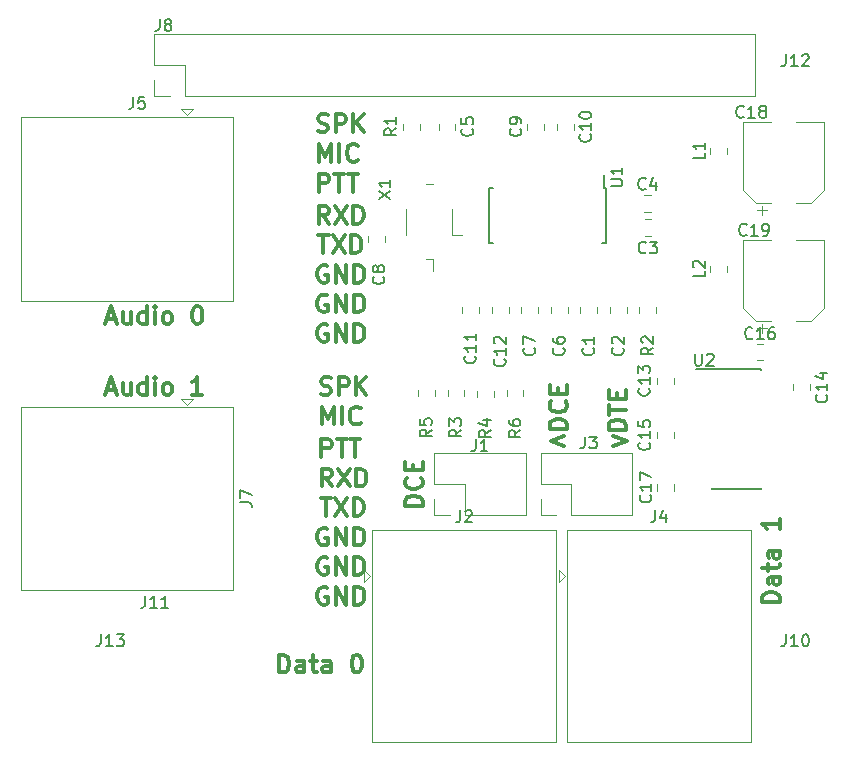
<source format=gbr>
G04 #@! TF.GenerationSoftware,KiCad,Pcbnew,(5.0.2)-1*
G04 #@! TF.CreationDate,2019-06-22T23:22:15-04:00*
G04 #@! TF.ProjectId,RPi-Ham,5250692d-4861-46d2-9e6b-696361645f70,rev?*
G04 #@! TF.SameCoordinates,Original*
G04 #@! TF.FileFunction,Legend,Top*
G04 #@! TF.FilePolarity,Positive*
%FSLAX46Y46*%
G04 Gerber Fmt 4.6, Leading zero omitted, Abs format (unit mm)*
G04 Created by KiCad (PCBNEW (5.0.2)-1) date 2019-06-22 23:22:15*
%MOMM*%
%LPD*%
G01*
G04 APERTURE LIST*
%ADD10C,0.300000*%
%ADD11C,0.120000*%
%ADD12C,0.150000*%
G04 APERTURE END LIST*
D10*
X107678571Y-78214285D02*
X106178571Y-78214285D01*
X106178571Y-77857142D01*
X106250000Y-77642857D01*
X106392857Y-77500000D01*
X106535714Y-77428571D01*
X106821428Y-77357142D01*
X107035714Y-77357142D01*
X107321428Y-77428571D01*
X107464285Y-77500000D01*
X107607142Y-77642857D01*
X107678571Y-77857142D01*
X107678571Y-78214285D01*
X107678571Y-76071428D02*
X106892857Y-76071428D01*
X106750000Y-76142857D01*
X106678571Y-76285714D01*
X106678571Y-76571428D01*
X106750000Y-76714285D01*
X107607142Y-76071428D02*
X107678571Y-76214285D01*
X107678571Y-76571428D01*
X107607142Y-76714285D01*
X107464285Y-76785714D01*
X107321428Y-76785714D01*
X107178571Y-76714285D01*
X107107142Y-76571428D01*
X107107142Y-76214285D01*
X107035714Y-76071428D01*
X106678571Y-75571428D02*
X106678571Y-75000000D01*
X106178571Y-75357142D02*
X107464285Y-75357142D01*
X107607142Y-75285714D01*
X107678571Y-75142857D01*
X107678571Y-75000000D01*
X107678571Y-73857142D02*
X106892857Y-73857142D01*
X106750000Y-73928571D01*
X106678571Y-74071428D01*
X106678571Y-74357142D01*
X106750000Y-74500000D01*
X107607142Y-73857142D02*
X107678571Y-74000000D01*
X107678571Y-74357142D01*
X107607142Y-74500000D01*
X107464285Y-74571428D01*
X107321428Y-74571428D01*
X107178571Y-74500000D01*
X107107142Y-74357142D01*
X107107142Y-74000000D01*
X107035714Y-73857142D01*
X107678571Y-71214285D02*
X107678571Y-72071428D01*
X107678571Y-71642857D02*
X106178571Y-71642857D01*
X106392857Y-71785714D01*
X106535714Y-71928571D01*
X106607142Y-72071428D01*
X65285714Y-84178571D02*
X65285714Y-82678571D01*
X65642857Y-82678571D01*
X65857142Y-82750000D01*
X66000000Y-82892857D01*
X66071428Y-83035714D01*
X66142857Y-83321428D01*
X66142857Y-83535714D01*
X66071428Y-83821428D01*
X66000000Y-83964285D01*
X65857142Y-84107142D01*
X65642857Y-84178571D01*
X65285714Y-84178571D01*
X67428571Y-84178571D02*
X67428571Y-83392857D01*
X67357142Y-83250000D01*
X67214285Y-83178571D01*
X66928571Y-83178571D01*
X66785714Y-83250000D01*
X67428571Y-84107142D02*
X67285714Y-84178571D01*
X66928571Y-84178571D01*
X66785714Y-84107142D01*
X66714285Y-83964285D01*
X66714285Y-83821428D01*
X66785714Y-83678571D01*
X66928571Y-83607142D01*
X67285714Y-83607142D01*
X67428571Y-83535714D01*
X67928571Y-83178571D02*
X68500000Y-83178571D01*
X68142857Y-82678571D02*
X68142857Y-83964285D01*
X68214285Y-84107142D01*
X68357142Y-84178571D01*
X68500000Y-84178571D01*
X69642857Y-84178571D02*
X69642857Y-83392857D01*
X69571428Y-83250000D01*
X69428571Y-83178571D01*
X69142857Y-83178571D01*
X69000000Y-83250000D01*
X69642857Y-84107142D02*
X69500000Y-84178571D01*
X69142857Y-84178571D01*
X69000000Y-84107142D01*
X68928571Y-83964285D01*
X68928571Y-83821428D01*
X69000000Y-83678571D01*
X69142857Y-83607142D01*
X69500000Y-83607142D01*
X69642857Y-83535714D01*
X71785714Y-82678571D02*
X71928571Y-82678571D01*
X72071428Y-82750000D01*
X72142857Y-82821428D01*
X72214285Y-82964285D01*
X72285714Y-83250000D01*
X72285714Y-83607142D01*
X72214285Y-83892857D01*
X72142857Y-84035714D01*
X72071428Y-84107142D01*
X71928571Y-84178571D01*
X71785714Y-84178571D01*
X71642857Y-84107142D01*
X71571428Y-84035714D01*
X71500000Y-83892857D01*
X71428571Y-83607142D01*
X71428571Y-83250000D01*
X71500000Y-82964285D01*
X71571428Y-82821428D01*
X71642857Y-82750000D01*
X71785714Y-82678571D01*
X50714285Y-60250000D02*
X51428571Y-60250000D01*
X50571428Y-60678571D02*
X51071428Y-59178571D01*
X51571428Y-60678571D01*
X52714285Y-59678571D02*
X52714285Y-60678571D01*
X52071428Y-59678571D02*
X52071428Y-60464285D01*
X52142857Y-60607142D01*
X52285714Y-60678571D01*
X52500000Y-60678571D01*
X52642857Y-60607142D01*
X52714285Y-60535714D01*
X54071428Y-60678571D02*
X54071428Y-59178571D01*
X54071428Y-60607142D02*
X53928571Y-60678571D01*
X53642857Y-60678571D01*
X53500000Y-60607142D01*
X53428571Y-60535714D01*
X53357142Y-60392857D01*
X53357142Y-59964285D01*
X53428571Y-59821428D01*
X53500000Y-59750000D01*
X53642857Y-59678571D01*
X53928571Y-59678571D01*
X54071428Y-59750000D01*
X54785714Y-60678571D02*
X54785714Y-59678571D01*
X54785714Y-59178571D02*
X54714285Y-59250000D01*
X54785714Y-59321428D01*
X54857142Y-59250000D01*
X54785714Y-59178571D01*
X54785714Y-59321428D01*
X55714285Y-60678571D02*
X55571428Y-60607142D01*
X55500000Y-60535714D01*
X55428571Y-60392857D01*
X55428571Y-59964285D01*
X55500000Y-59821428D01*
X55571428Y-59750000D01*
X55714285Y-59678571D01*
X55928571Y-59678571D01*
X56071428Y-59750000D01*
X56142857Y-59821428D01*
X56214285Y-59964285D01*
X56214285Y-60392857D01*
X56142857Y-60535714D01*
X56071428Y-60607142D01*
X55928571Y-60678571D01*
X55714285Y-60678571D01*
X58785714Y-60678571D02*
X57928571Y-60678571D01*
X58357142Y-60678571D02*
X58357142Y-59178571D01*
X58214285Y-59392857D01*
X58071428Y-59535714D01*
X57928571Y-59607142D01*
X50714285Y-54250000D02*
X51428571Y-54250000D01*
X50571428Y-54678571D02*
X51071428Y-53178571D01*
X51571428Y-54678571D01*
X52714285Y-53678571D02*
X52714285Y-54678571D01*
X52071428Y-53678571D02*
X52071428Y-54464285D01*
X52142857Y-54607142D01*
X52285714Y-54678571D01*
X52500000Y-54678571D01*
X52642857Y-54607142D01*
X52714285Y-54535714D01*
X54071428Y-54678571D02*
X54071428Y-53178571D01*
X54071428Y-54607142D02*
X53928571Y-54678571D01*
X53642857Y-54678571D01*
X53500000Y-54607142D01*
X53428571Y-54535714D01*
X53357142Y-54392857D01*
X53357142Y-53964285D01*
X53428571Y-53821428D01*
X53500000Y-53750000D01*
X53642857Y-53678571D01*
X53928571Y-53678571D01*
X54071428Y-53750000D01*
X54785714Y-54678571D02*
X54785714Y-53678571D01*
X54785714Y-53178571D02*
X54714285Y-53250000D01*
X54785714Y-53321428D01*
X54857142Y-53250000D01*
X54785714Y-53178571D01*
X54785714Y-53321428D01*
X55714285Y-54678571D02*
X55571428Y-54607142D01*
X55500000Y-54535714D01*
X55428571Y-54392857D01*
X55428571Y-53964285D01*
X55500000Y-53821428D01*
X55571428Y-53750000D01*
X55714285Y-53678571D01*
X55928571Y-53678571D01*
X56071428Y-53750000D01*
X56142857Y-53821428D01*
X56214285Y-53964285D01*
X56214285Y-54392857D01*
X56142857Y-54535714D01*
X56071428Y-54607142D01*
X55928571Y-54678571D01*
X55714285Y-54678571D01*
X58285714Y-53178571D02*
X58428571Y-53178571D01*
X58571428Y-53250000D01*
X58642857Y-53321428D01*
X58714285Y-53464285D01*
X58785714Y-53750000D01*
X58785714Y-54107142D01*
X58714285Y-54392857D01*
X58642857Y-54535714D01*
X58571428Y-54607142D01*
X58428571Y-54678571D01*
X58285714Y-54678571D01*
X58142857Y-54607142D01*
X58071428Y-54535714D01*
X58000000Y-54392857D01*
X57928571Y-54107142D01*
X57928571Y-53750000D01*
X58000000Y-53464285D01*
X58071428Y-53321428D01*
X58142857Y-53250000D01*
X58285714Y-53178571D01*
X77428571Y-70071428D02*
X75928571Y-70071428D01*
X75928571Y-69714285D01*
X76000000Y-69500000D01*
X76142857Y-69357142D01*
X76285714Y-69285714D01*
X76571428Y-69214285D01*
X76785714Y-69214285D01*
X77071428Y-69285714D01*
X77214285Y-69357142D01*
X77357142Y-69500000D01*
X77428571Y-69714285D01*
X77428571Y-70071428D01*
X77285714Y-67714285D02*
X77357142Y-67785714D01*
X77428571Y-68000000D01*
X77428571Y-68142857D01*
X77357142Y-68357142D01*
X77214285Y-68500000D01*
X77071428Y-68571428D01*
X76785714Y-68642857D01*
X76571428Y-68642857D01*
X76285714Y-68571428D01*
X76142857Y-68500000D01*
X76000000Y-68357142D01*
X75928571Y-68142857D01*
X75928571Y-68000000D01*
X76000000Y-67785714D01*
X76071428Y-67714285D01*
X76642857Y-67071428D02*
X76642857Y-66571428D01*
X77428571Y-66357142D02*
X77428571Y-67071428D01*
X75928571Y-67071428D01*
X75928571Y-66357142D01*
X89428571Y-64178571D02*
X88285714Y-64607142D01*
X89428571Y-65035714D01*
X93571428Y-64178571D02*
X94714285Y-64607142D01*
X93571428Y-65035714D01*
X69357142Y-77000000D02*
X69214285Y-76928571D01*
X69000000Y-76928571D01*
X68785714Y-77000000D01*
X68642857Y-77142857D01*
X68571428Y-77285714D01*
X68500000Y-77571428D01*
X68500000Y-77785714D01*
X68571428Y-78071428D01*
X68642857Y-78214285D01*
X68785714Y-78357142D01*
X69000000Y-78428571D01*
X69142857Y-78428571D01*
X69357142Y-78357142D01*
X69428571Y-78285714D01*
X69428571Y-77785714D01*
X69142857Y-77785714D01*
X70071428Y-78428571D02*
X70071428Y-76928571D01*
X70928571Y-78428571D01*
X70928571Y-76928571D01*
X71642857Y-78428571D02*
X71642857Y-76928571D01*
X72000000Y-76928571D01*
X72214285Y-77000000D01*
X72357142Y-77142857D01*
X72428571Y-77285714D01*
X72500000Y-77571428D01*
X72500000Y-77785714D01*
X72428571Y-78071428D01*
X72357142Y-78214285D01*
X72214285Y-78357142D01*
X72000000Y-78428571D01*
X71642857Y-78428571D01*
X69357142Y-74500000D02*
X69214285Y-74428571D01*
X69000000Y-74428571D01*
X68785714Y-74500000D01*
X68642857Y-74642857D01*
X68571428Y-74785714D01*
X68500000Y-75071428D01*
X68500000Y-75285714D01*
X68571428Y-75571428D01*
X68642857Y-75714285D01*
X68785714Y-75857142D01*
X69000000Y-75928571D01*
X69142857Y-75928571D01*
X69357142Y-75857142D01*
X69428571Y-75785714D01*
X69428571Y-75285714D01*
X69142857Y-75285714D01*
X70071428Y-75928571D02*
X70071428Y-74428571D01*
X70928571Y-75928571D01*
X70928571Y-74428571D01*
X71642857Y-75928571D02*
X71642857Y-74428571D01*
X72000000Y-74428571D01*
X72214285Y-74500000D01*
X72357142Y-74642857D01*
X72428571Y-74785714D01*
X72500000Y-75071428D01*
X72500000Y-75285714D01*
X72428571Y-75571428D01*
X72357142Y-75714285D01*
X72214285Y-75857142D01*
X72000000Y-75928571D01*
X71642857Y-75928571D01*
X69357142Y-72000000D02*
X69214285Y-71928571D01*
X69000000Y-71928571D01*
X68785714Y-72000000D01*
X68642857Y-72142857D01*
X68571428Y-72285714D01*
X68500000Y-72571428D01*
X68500000Y-72785714D01*
X68571428Y-73071428D01*
X68642857Y-73214285D01*
X68785714Y-73357142D01*
X69000000Y-73428571D01*
X69142857Y-73428571D01*
X69357142Y-73357142D01*
X69428571Y-73285714D01*
X69428571Y-72785714D01*
X69142857Y-72785714D01*
X70071428Y-73428571D02*
X70071428Y-71928571D01*
X70928571Y-73428571D01*
X70928571Y-71928571D01*
X71642857Y-73428571D02*
X71642857Y-71928571D01*
X72000000Y-71928571D01*
X72214285Y-72000000D01*
X72357142Y-72142857D01*
X72428571Y-72285714D01*
X72500000Y-72571428D01*
X72500000Y-72785714D01*
X72428571Y-73071428D01*
X72357142Y-73214285D01*
X72214285Y-73357142D01*
X72000000Y-73428571D01*
X71642857Y-73428571D01*
X94678571Y-63642857D02*
X93178571Y-63642857D01*
X93178571Y-63285714D01*
X93250000Y-63071428D01*
X93392857Y-62928571D01*
X93535714Y-62857142D01*
X93821428Y-62785714D01*
X94035714Y-62785714D01*
X94321428Y-62857142D01*
X94464285Y-62928571D01*
X94607142Y-63071428D01*
X94678571Y-63285714D01*
X94678571Y-63642857D01*
X93178571Y-62357142D02*
X93178571Y-61500000D01*
X94678571Y-61928571D02*
X93178571Y-61928571D01*
X93892857Y-61000000D02*
X93892857Y-60500000D01*
X94678571Y-60285714D02*
X94678571Y-61000000D01*
X93178571Y-61000000D01*
X93178571Y-60285714D01*
X89678571Y-63571428D02*
X88178571Y-63571428D01*
X88178571Y-63214285D01*
X88250000Y-63000000D01*
X88392857Y-62857142D01*
X88535714Y-62785714D01*
X88821428Y-62714285D01*
X89035714Y-62714285D01*
X89321428Y-62785714D01*
X89464285Y-62857142D01*
X89607142Y-63000000D01*
X89678571Y-63214285D01*
X89678571Y-63571428D01*
X89535714Y-61214285D02*
X89607142Y-61285714D01*
X89678571Y-61500000D01*
X89678571Y-61642857D01*
X89607142Y-61857142D01*
X89464285Y-62000000D01*
X89321428Y-62071428D01*
X89035714Y-62142857D01*
X88821428Y-62142857D01*
X88535714Y-62071428D01*
X88392857Y-62000000D01*
X88250000Y-61857142D01*
X88178571Y-61642857D01*
X88178571Y-61500000D01*
X88250000Y-61285714D01*
X88321428Y-61214285D01*
X88892857Y-60571428D02*
X88892857Y-60071428D01*
X89678571Y-59857142D02*
X89678571Y-60571428D01*
X88178571Y-60571428D01*
X88178571Y-59857142D01*
X68821428Y-60607142D02*
X69035714Y-60678571D01*
X69392857Y-60678571D01*
X69535714Y-60607142D01*
X69607142Y-60535714D01*
X69678571Y-60392857D01*
X69678571Y-60250000D01*
X69607142Y-60107142D01*
X69535714Y-60035714D01*
X69392857Y-59964285D01*
X69107142Y-59892857D01*
X68964285Y-59821428D01*
X68892857Y-59750000D01*
X68821428Y-59607142D01*
X68821428Y-59464285D01*
X68892857Y-59321428D01*
X68964285Y-59250000D01*
X69107142Y-59178571D01*
X69464285Y-59178571D01*
X69678571Y-59250000D01*
X70321428Y-60678571D02*
X70321428Y-59178571D01*
X70892857Y-59178571D01*
X71035714Y-59250000D01*
X71107142Y-59321428D01*
X71178571Y-59464285D01*
X71178571Y-59678571D01*
X71107142Y-59821428D01*
X71035714Y-59892857D01*
X70892857Y-59964285D01*
X70321428Y-59964285D01*
X71821428Y-60678571D02*
X71821428Y-59178571D01*
X72678571Y-60678571D02*
X72035714Y-59821428D01*
X72678571Y-59178571D02*
X71821428Y-60035714D01*
X68807142Y-69428571D02*
X69664285Y-69428571D01*
X69235714Y-70928571D02*
X69235714Y-69428571D01*
X70021428Y-69428571D02*
X71021428Y-70928571D01*
X71021428Y-69428571D02*
X70021428Y-70928571D01*
X71592857Y-70928571D02*
X71592857Y-69428571D01*
X71950000Y-69428571D01*
X72164285Y-69500000D01*
X72307142Y-69642857D01*
X72378571Y-69785714D01*
X72450000Y-70071428D01*
X72450000Y-70285714D01*
X72378571Y-70571428D01*
X72307142Y-70714285D01*
X72164285Y-70857142D01*
X71950000Y-70928571D01*
X71592857Y-70928571D01*
X68864285Y-65928571D02*
X68864285Y-64428571D01*
X69435714Y-64428571D01*
X69578571Y-64500000D01*
X69650000Y-64571428D01*
X69721428Y-64714285D01*
X69721428Y-64928571D01*
X69650000Y-65071428D01*
X69578571Y-65142857D01*
X69435714Y-65214285D01*
X68864285Y-65214285D01*
X70150000Y-64428571D02*
X71007142Y-64428571D01*
X70578571Y-65928571D02*
X70578571Y-64428571D01*
X71292857Y-64428571D02*
X72150000Y-64428571D01*
X71721428Y-65928571D02*
X71721428Y-64428571D01*
X69750000Y-68428571D02*
X69250000Y-67714285D01*
X68892857Y-68428571D02*
X68892857Y-66928571D01*
X69464285Y-66928571D01*
X69607142Y-67000000D01*
X69678571Y-67071428D01*
X69750000Y-67214285D01*
X69750000Y-67428571D01*
X69678571Y-67571428D01*
X69607142Y-67642857D01*
X69464285Y-67714285D01*
X68892857Y-67714285D01*
X70250000Y-66928571D02*
X71250000Y-68428571D01*
X71250000Y-66928571D02*
X70250000Y-68428571D01*
X71821428Y-68428571D02*
X71821428Y-66928571D01*
X72178571Y-66928571D01*
X72392857Y-67000000D01*
X72535714Y-67142857D01*
X72607142Y-67285714D01*
X72678571Y-67571428D01*
X72678571Y-67785714D01*
X72607142Y-68071428D01*
X72535714Y-68214285D01*
X72392857Y-68357142D01*
X72178571Y-68428571D01*
X71821428Y-68428571D01*
X68892857Y-63178571D02*
X68892857Y-61678571D01*
X69392857Y-62750000D01*
X69892857Y-61678571D01*
X69892857Y-63178571D01*
X70607142Y-63178571D02*
X70607142Y-61678571D01*
X72178571Y-63035714D02*
X72107142Y-63107142D01*
X71892857Y-63178571D01*
X71750000Y-63178571D01*
X71535714Y-63107142D01*
X71392857Y-62964285D01*
X71321428Y-62821428D01*
X71250000Y-62535714D01*
X71250000Y-62321428D01*
X71321428Y-62035714D01*
X71392857Y-61892857D01*
X71535714Y-61750000D01*
X71750000Y-61678571D01*
X71892857Y-61678571D01*
X72107142Y-61750000D01*
X72178571Y-61821428D01*
X69357142Y-54750000D02*
X69214285Y-54678571D01*
X69000000Y-54678571D01*
X68785714Y-54750000D01*
X68642857Y-54892857D01*
X68571428Y-55035714D01*
X68500000Y-55321428D01*
X68500000Y-55535714D01*
X68571428Y-55821428D01*
X68642857Y-55964285D01*
X68785714Y-56107142D01*
X69000000Y-56178571D01*
X69142857Y-56178571D01*
X69357142Y-56107142D01*
X69428571Y-56035714D01*
X69428571Y-55535714D01*
X69142857Y-55535714D01*
X70071428Y-56178571D02*
X70071428Y-54678571D01*
X70928571Y-56178571D01*
X70928571Y-54678571D01*
X71642857Y-56178571D02*
X71642857Y-54678571D01*
X72000000Y-54678571D01*
X72214285Y-54750000D01*
X72357142Y-54892857D01*
X72428571Y-55035714D01*
X72500000Y-55321428D01*
X72500000Y-55535714D01*
X72428571Y-55821428D01*
X72357142Y-55964285D01*
X72214285Y-56107142D01*
X72000000Y-56178571D01*
X71642857Y-56178571D01*
X69357142Y-52250000D02*
X69214285Y-52178571D01*
X69000000Y-52178571D01*
X68785714Y-52250000D01*
X68642857Y-52392857D01*
X68571428Y-52535714D01*
X68500000Y-52821428D01*
X68500000Y-53035714D01*
X68571428Y-53321428D01*
X68642857Y-53464285D01*
X68785714Y-53607142D01*
X69000000Y-53678571D01*
X69142857Y-53678571D01*
X69357142Y-53607142D01*
X69428571Y-53535714D01*
X69428571Y-53035714D01*
X69142857Y-53035714D01*
X70071428Y-53678571D02*
X70071428Y-52178571D01*
X70928571Y-53678571D01*
X70928571Y-52178571D01*
X71642857Y-53678571D02*
X71642857Y-52178571D01*
X72000000Y-52178571D01*
X72214285Y-52250000D01*
X72357142Y-52392857D01*
X72428571Y-52535714D01*
X72500000Y-52821428D01*
X72500000Y-53035714D01*
X72428571Y-53321428D01*
X72357142Y-53464285D01*
X72214285Y-53607142D01*
X72000000Y-53678571D01*
X71642857Y-53678571D01*
X69357142Y-49750000D02*
X69214285Y-49678571D01*
X69000000Y-49678571D01*
X68785714Y-49750000D01*
X68642857Y-49892857D01*
X68571428Y-50035714D01*
X68500000Y-50321428D01*
X68500000Y-50535714D01*
X68571428Y-50821428D01*
X68642857Y-50964285D01*
X68785714Y-51107142D01*
X69000000Y-51178571D01*
X69142857Y-51178571D01*
X69357142Y-51107142D01*
X69428571Y-51035714D01*
X69428571Y-50535714D01*
X69142857Y-50535714D01*
X70071428Y-51178571D02*
X70071428Y-49678571D01*
X70928571Y-51178571D01*
X70928571Y-49678571D01*
X71642857Y-51178571D02*
X71642857Y-49678571D01*
X72000000Y-49678571D01*
X72214285Y-49750000D01*
X72357142Y-49892857D01*
X72428571Y-50035714D01*
X72500000Y-50321428D01*
X72500000Y-50535714D01*
X72428571Y-50821428D01*
X72357142Y-50964285D01*
X72214285Y-51107142D01*
X72000000Y-51178571D01*
X71642857Y-51178571D01*
X68607142Y-47178571D02*
X69464285Y-47178571D01*
X69035714Y-48678571D02*
X69035714Y-47178571D01*
X69821428Y-47178571D02*
X70821428Y-48678571D01*
X70821428Y-47178571D02*
X69821428Y-48678571D01*
X71392857Y-48678571D02*
X71392857Y-47178571D01*
X71750000Y-47178571D01*
X71964285Y-47250000D01*
X72107142Y-47392857D01*
X72178571Y-47535714D01*
X72250000Y-47821428D01*
X72250000Y-48035714D01*
X72178571Y-48321428D01*
X72107142Y-48464285D01*
X71964285Y-48607142D01*
X71750000Y-48678571D01*
X71392857Y-48678571D01*
X69500000Y-46178571D02*
X69000000Y-45464285D01*
X68642857Y-46178571D02*
X68642857Y-44678571D01*
X69214285Y-44678571D01*
X69357142Y-44750000D01*
X69428571Y-44821428D01*
X69500000Y-44964285D01*
X69500000Y-45178571D01*
X69428571Y-45321428D01*
X69357142Y-45392857D01*
X69214285Y-45464285D01*
X68642857Y-45464285D01*
X70000000Y-44678571D02*
X71000000Y-46178571D01*
X71000000Y-44678571D02*
X70000000Y-46178571D01*
X71571428Y-46178571D02*
X71571428Y-44678571D01*
X71928571Y-44678571D01*
X72142857Y-44750000D01*
X72285714Y-44892857D01*
X72357142Y-45035714D01*
X72428571Y-45321428D01*
X72428571Y-45535714D01*
X72357142Y-45821428D01*
X72285714Y-45964285D01*
X72142857Y-46107142D01*
X71928571Y-46178571D01*
X71571428Y-46178571D01*
X68664285Y-43478571D02*
X68664285Y-41978571D01*
X69235714Y-41978571D01*
X69378571Y-42050000D01*
X69450000Y-42121428D01*
X69521428Y-42264285D01*
X69521428Y-42478571D01*
X69450000Y-42621428D01*
X69378571Y-42692857D01*
X69235714Y-42764285D01*
X68664285Y-42764285D01*
X69950000Y-41978571D02*
X70807142Y-41978571D01*
X70378571Y-43478571D02*
X70378571Y-41978571D01*
X71092857Y-41978571D02*
X71950000Y-41978571D01*
X71521428Y-43478571D02*
X71521428Y-41978571D01*
X68642857Y-40928571D02*
X68642857Y-39428571D01*
X69142857Y-40500000D01*
X69642857Y-39428571D01*
X69642857Y-40928571D01*
X70357142Y-40928571D02*
X70357142Y-39428571D01*
X71928571Y-40785714D02*
X71857142Y-40857142D01*
X71642857Y-40928571D01*
X71500000Y-40928571D01*
X71285714Y-40857142D01*
X71142857Y-40714285D01*
X71071428Y-40571428D01*
X71000000Y-40285714D01*
X71000000Y-40071428D01*
X71071428Y-39785714D01*
X71142857Y-39642857D01*
X71285714Y-39500000D01*
X71500000Y-39428571D01*
X71642857Y-39428571D01*
X71857142Y-39500000D01*
X71928571Y-39571428D01*
X68571428Y-38357142D02*
X68785714Y-38428571D01*
X69142857Y-38428571D01*
X69285714Y-38357142D01*
X69357142Y-38285714D01*
X69428571Y-38142857D01*
X69428571Y-38000000D01*
X69357142Y-37857142D01*
X69285714Y-37785714D01*
X69142857Y-37714285D01*
X68857142Y-37642857D01*
X68714285Y-37571428D01*
X68642857Y-37500000D01*
X68571428Y-37357142D01*
X68571428Y-37214285D01*
X68642857Y-37071428D01*
X68714285Y-37000000D01*
X68857142Y-36928571D01*
X69214285Y-36928571D01*
X69428571Y-37000000D01*
X70071428Y-38428571D02*
X70071428Y-36928571D01*
X70642857Y-36928571D01*
X70785714Y-37000000D01*
X70857142Y-37071428D01*
X70928571Y-37214285D01*
X70928571Y-37428571D01*
X70857142Y-37571428D01*
X70785714Y-37642857D01*
X70642857Y-37714285D01*
X70071428Y-37714285D01*
X71571428Y-38428571D02*
X71571428Y-36928571D01*
X72428571Y-38428571D02*
X71785714Y-37571428D01*
X72428571Y-36928571D02*
X71571428Y-37785714D01*
D11*
G04 #@! TO.C,J2*
X73185000Y-72120000D02*
X73185000Y-90080000D01*
X88705000Y-72120000D02*
X73185000Y-72120000D01*
X88705000Y-72120000D02*
X88705000Y-90080000D01*
X73185000Y-90080000D02*
X88705000Y-90080000D01*
X73000000Y-76000000D02*
X72500000Y-75500000D01*
X72500000Y-75500000D02*
X72500000Y-76500000D01*
X72500000Y-76500000D02*
X73000000Y-76000000D01*
G04 #@! TO.C,J4*
X89000000Y-76500000D02*
X89500000Y-76000000D01*
X89000000Y-75500000D02*
X89000000Y-76500000D01*
X89500000Y-76000000D02*
X89000000Y-75500000D01*
X89685000Y-90080000D02*
X105205000Y-90080000D01*
X105205000Y-72120000D02*
X105205000Y-90080000D01*
X105205000Y-72120000D02*
X89685000Y-72120000D01*
X89685000Y-72120000D02*
X89685000Y-90080000D01*
G04 #@! TO.C,C1*
X90790000Y-53263748D02*
X90790000Y-53786252D01*
X92210000Y-53263748D02*
X92210000Y-53786252D01*
G04 #@! TO.C,C2*
X93290000Y-53263748D02*
X93290000Y-53786252D01*
X94710000Y-53263748D02*
X94710000Y-53786252D01*
G04 #@! TO.C,C3*
X96263748Y-45790000D02*
X96786252Y-45790000D01*
X96263748Y-47210000D02*
X96786252Y-47210000D01*
G04 #@! TO.C,C4*
X96213748Y-43790000D02*
X96736252Y-43790000D01*
X96213748Y-45210000D02*
X96736252Y-45210000D01*
G04 #@! TO.C,C5*
X80210000Y-37713748D02*
X80210000Y-38236252D01*
X78790000Y-37713748D02*
X78790000Y-38236252D01*
G04 #@! TO.C,C6*
X89710000Y-53263748D02*
X89710000Y-53786252D01*
X88290000Y-53263748D02*
X88290000Y-53786252D01*
G04 #@! TO.C,C7*
X85790000Y-53263748D02*
X85790000Y-53786252D01*
X87210000Y-53263748D02*
X87210000Y-53786252D01*
G04 #@! TO.C,C8*
X74210000Y-47736252D02*
X74210000Y-47213748D01*
X72790000Y-47736252D02*
X72790000Y-47213748D01*
G04 #@! TO.C,C9*
X87710000Y-38236252D02*
X87710000Y-37713748D01*
X86290000Y-38236252D02*
X86290000Y-37713748D01*
G04 #@! TO.C,C10*
X88790000Y-38236252D02*
X88790000Y-37713748D01*
X90210000Y-38236252D02*
X90210000Y-37713748D01*
G04 #@! TO.C,C11*
X80790000Y-53263748D02*
X80790000Y-53786252D01*
X82210000Y-53263748D02*
X82210000Y-53786252D01*
G04 #@! TO.C,C12*
X84710000Y-53263748D02*
X84710000Y-53786252D01*
X83290000Y-53263748D02*
X83290000Y-53786252D01*
G04 #@! TO.C,C13*
X98710000Y-59213748D02*
X98710000Y-59736252D01*
X97290000Y-59213748D02*
X97290000Y-59736252D01*
G04 #@! TO.C,C14*
X108790000Y-60286252D02*
X108790000Y-59763748D01*
X110210000Y-60286252D02*
X110210000Y-59763748D01*
G04 #@! TO.C,C15*
X98710000Y-63813748D02*
X98710000Y-64336252D01*
X97290000Y-63813748D02*
X97290000Y-64336252D01*
G04 #@! TO.C,C16*
X106236252Y-56340000D02*
X105713748Y-56340000D01*
X106236252Y-57760000D02*
X105713748Y-57760000D01*
G04 #@! TO.C,C17*
X98710000Y-68786252D02*
X98710000Y-68263748D01*
X97290000Y-68786252D02*
X97290000Y-68263748D01*
G04 #@! TO.C,C18*
X111410000Y-37590000D02*
X109060000Y-37590000D01*
X104590000Y-37590000D02*
X106940000Y-37590000D01*
X104590000Y-43345563D02*
X104590000Y-37590000D01*
X111410000Y-43345563D02*
X111410000Y-37590000D01*
X110345563Y-44410000D02*
X109060000Y-44410000D01*
X105654437Y-44410000D02*
X106940000Y-44410000D01*
X105654437Y-44410000D02*
X104590000Y-43345563D01*
X110345563Y-44410000D02*
X111410000Y-43345563D01*
X106152500Y-45437500D02*
X106152500Y-44650000D01*
X105758750Y-45043750D02*
X106546250Y-45043750D01*
G04 #@! TO.C,C19*
X111410000Y-47590000D02*
X109060000Y-47590000D01*
X104590000Y-47590000D02*
X106940000Y-47590000D01*
X104590000Y-53345563D02*
X104590000Y-47590000D01*
X111410000Y-53345563D02*
X111410000Y-47590000D01*
X110345563Y-54410000D02*
X109060000Y-54410000D01*
X105654437Y-54410000D02*
X106940000Y-54410000D01*
X105654437Y-54410000D02*
X104590000Y-53345563D01*
X110345563Y-54410000D02*
X111410000Y-53345563D01*
X106152500Y-55437500D02*
X106152500Y-54650000D01*
X105758750Y-55043750D02*
X106546250Y-55043750D01*
G04 #@! TO.C,J5*
X57000000Y-36500000D02*
X57500000Y-37000000D01*
X58000000Y-36500000D02*
X57000000Y-36500000D01*
X57500000Y-37000000D02*
X58000000Y-36500000D01*
X43420000Y-37185000D02*
X43420000Y-52705000D01*
X61380000Y-52705000D02*
X43420000Y-52705000D01*
X61380000Y-52705000D02*
X61380000Y-37185000D01*
X61380000Y-37185000D02*
X43420000Y-37185000D01*
G04 #@! TO.C,J7*
X57000000Y-61000000D02*
X57500000Y-61500000D01*
X58000000Y-61000000D02*
X57000000Y-61000000D01*
X57500000Y-61500000D02*
X58000000Y-61000000D01*
X43420000Y-61685000D02*
X43420000Y-77205000D01*
X61380000Y-77205000D02*
X43420000Y-77205000D01*
X61380000Y-77205000D02*
X61380000Y-61685000D01*
X61380000Y-61685000D02*
X43420000Y-61685000D01*
G04 #@! TO.C,J8*
X54670000Y-35330000D02*
X54670000Y-34000000D01*
X56000000Y-35330000D02*
X54670000Y-35330000D01*
X54670000Y-32730000D02*
X54670000Y-30130000D01*
X57270000Y-32730000D02*
X54670000Y-32730000D01*
X57270000Y-35330000D02*
X57270000Y-32730000D01*
X54670000Y-30130000D02*
X105590000Y-30130000D01*
X57270000Y-35330000D02*
X105590000Y-35330000D01*
X105590000Y-35330000D02*
X105590000Y-30130000D01*
G04 #@! TO.C,L1*
X103210000Y-40261252D02*
X103210000Y-39738748D01*
X101790000Y-40261252D02*
X101790000Y-39738748D01*
G04 #@! TO.C,L2*
X101790000Y-50261252D02*
X101790000Y-49738748D01*
X103210000Y-50261252D02*
X103210000Y-49738748D01*
G04 #@! TO.C,R1*
X75790000Y-37713748D02*
X75790000Y-38236252D01*
X77210000Y-37713748D02*
X77210000Y-38236252D01*
G04 #@! TO.C,R2*
X97210000Y-53263748D02*
X97210000Y-53786252D01*
X95790000Y-53263748D02*
X95790000Y-53786252D01*
G04 #@! TO.C,R3*
X79540000Y-60786252D02*
X79540000Y-60263748D01*
X80960000Y-60786252D02*
X80960000Y-60263748D01*
G04 #@! TO.C,R4*
X82040000Y-60313748D02*
X82040000Y-60836252D01*
X83460000Y-60313748D02*
X83460000Y-60836252D01*
G04 #@! TO.C,R5*
X77040000Y-60263748D02*
X77040000Y-60786252D01*
X78460000Y-60263748D02*
X78460000Y-60786252D01*
G04 #@! TO.C,R6*
X84540000Y-60786252D02*
X84540000Y-60263748D01*
X85960000Y-60786252D02*
X85960000Y-60263748D01*
D12*
G04 #@! TO.C,U1*
X92975000Y-43175000D02*
X92750000Y-43175000D01*
X92975000Y-47825000D02*
X92650000Y-47825000D01*
X83025000Y-47825000D02*
X83350000Y-47825000D01*
X83025000Y-43175000D02*
X83350000Y-43175000D01*
X92975000Y-43175000D02*
X92975000Y-47825000D01*
X83025000Y-43175000D02*
X83025000Y-47825000D01*
X92750000Y-43175000D02*
X92750000Y-42100000D01*
G04 #@! TO.C,U2*
X101925000Y-58475000D02*
X101925000Y-58500000D01*
X106075000Y-58475000D02*
X106075000Y-58580000D01*
X106075000Y-68625000D02*
X106075000Y-68520000D01*
X101925000Y-68625000D02*
X101925000Y-68520000D01*
X101925000Y-58475000D02*
X106075000Y-58475000D01*
X101925000Y-68625000D02*
X106075000Y-68625000D01*
X101925000Y-58500000D02*
X100550000Y-58500000D01*
D11*
G04 #@! TO.C,X1*
X78300000Y-50200000D02*
X78300000Y-49200000D01*
X78300000Y-49200000D02*
X77700000Y-49200000D01*
X77700000Y-42800000D02*
X78300000Y-42800000D01*
X76050000Y-47100000D02*
X76050000Y-44900000D01*
X79950000Y-44900000D02*
X79950000Y-47100000D01*
X79950000Y-47100000D02*
X80800000Y-47100000D01*
G04 #@! TO.C,J1*
X78420000Y-70830000D02*
X78420000Y-69500000D01*
X79750000Y-70830000D02*
X78420000Y-70830000D01*
X78420000Y-68230000D02*
X78420000Y-65630000D01*
X81020000Y-68230000D02*
X78420000Y-68230000D01*
X81020000Y-70830000D02*
X81020000Y-68230000D01*
X78420000Y-65630000D02*
X86160000Y-65630000D01*
X81020000Y-70830000D02*
X86160000Y-70830000D01*
X86160000Y-70830000D02*
X86160000Y-65630000D01*
G04 #@! TO.C,J3*
X95160000Y-70830000D02*
X95160000Y-65630000D01*
X90020000Y-70830000D02*
X95160000Y-70830000D01*
X87420000Y-65630000D02*
X95160000Y-65630000D01*
X90020000Y-70830000D02*
X90020000Y-68230000D01*
X90020000Y-68230000D02*
X87420000Y-68230000D01*
X87420000Y-68230000D02*
X87420000Y-65630000D01*
X88750000Y-70830000D02*
X87420000Y-70830000D01*
X87420000Y-70830000D02*
X87420000Y-69500000D01*
G04 #@! TO.C,J2*
D12*
X80611666Y-70452380D02*
X80611666Y-71166666D01*
X80564047Y-71309523D01*
X80468809Y-71404761D01*
X80325952Y-71452380D01*
X80230714Y-71452380D01*
X81040238Y-70547619D02*
X81087857Y-70500000D01*
X81183095Y-70452380D01*
X81421190Y-70452380D01*
X81516428Y-70500000D01*
X81564047Y-70547619D01*
X81611666Y-70642857D01*
X81611666Y-70738095D01*
X81564047Y-70880952D01*
X80992619Y-71452380D01*
X81611666Y-71452380D01*
G04 #@! TO.C,J4*
X97111666Y-70452380D02*
X97111666Y-71166666D01*
X97064047Y-71309523D01*
X96968809Y-71404761D01*
X96825952Y-71452380D01*
X96730714Y-71452380D01*
X98016428Y-70785714D02*
X98016428Y-71452380D01*
X97778333Y-70404761D02*
X97540238Y-71119047D01*
X98159285Y-71119047D01*
G04 #@! TO.C,J12*
X108190476Y-31852380D02*
X108190476Y-32566666D01*
X108142857Y-32709523D01*
X108047619Y-32804761D01*
X107904761Y-32852380D01*
X107809523Y-32852380D01*
X109190476Y-32852380D02*
X108619047Y-32852380D01*
X108904761Y-32852380D02*
X108904761Y-31852380D01*
X108809523Y-31995238D01*
X108714285Y-32090476D01*
X108619047Y-32138095D01*
X109571428Y-31947619D02*
X109619047Y-31900000D01*
X109714285Y-31852380D01*
X109952380Y-31852380D01*
X110047619Y-31900000D01*
X110095238Y-31947619D01*
X110142857Y-32042857D01*
X110142857Y-32138095D01*
X110095238Y-32280952D01*
X109523809Y-32852380D01*
X110142857Y-32852380D01*
G04 #@! TO.C,J13*
X50190476Y-80952380D02*
X50190476Y-81666666D01*
X50142857Y-81809523D01*
X50047619Y-81904761D01*
X49904761Y-81952380D01*
X49809523Y-81952380D01*
X51190476Y-81952380D02*
X50619047Y-81952380D01*
X50904761Y-81952380D02*
X50904761Y-80952380D01*
X50809523Y-81095238D01*
X50714285Y-81190476D01*
X50619047Y-81238095D01*
X51523809Y-80952380D02*
X52142857Y-80952380D01*
X51809523Y-81333333D01*
X51952380Y-81333333D01*
X52047619Y-81380952D01*
X52095238Y-81428571D01*
X52142857Y-81523809D01*
X52142857Y-81761904D01*
X52095238Y-81857142D01*
X52047619Y-81904761D01*
X51952380Y-81952380D01*
X51666666Y-81952380D01*
X51571428Y-81904761D01*
X51523809Y-81857142D01*
G04 #@! TO.C,J10*
X108190476Y-80952380D02*
X108190476Y-81666666D01*
X108142857Y-81809523D01*
X108047619Y-81904761D01*
X107904761Y-81952380D01*
X107809523Y-81952380D01*
X109190476Y-81952380D02*
X108619047Y-81952380D01*
X108904761Y-81952380D02*
X108904761Y-80952380D01*
X108809523Y-81095238D01*
X108714285Y-81190476D01*
X108619047Y-81238095D01*
X109809523Y-80952380D02*
X109904761Y-80952380D01*
X110000000Y-81000000D01*
X110047619Y-81047619D01*
X110095238Y-81142857D01*
X110142857Y-81333333D01*
X110142857Y-81571428D01*
X110095238Y-81761904D01*
X110047619Y-81857142D01*
X110000000Y-81904761D01*
X109904761Y-81952380D01*
X109809523Y-81952380D01*
X109714285Y-81904761D01*
X109666666Y-81857142D01*
X109619047Y-81761904D01*
X109571428Y-81571428D01*
X109571428Y-81333333D01*
X109619047Y-81142857D01*
X109666666Y-81047619D01*
X109714285Y-81000000D01*
X109809523Y-80952380D01*
G04 #@! TO.C,J11*
X53940476Y-77702380D02*
X53940476Y-78416666D01*
X53892857Y-78559523D01*
X53797619Y-78654761D01*
X53654761Y-78702380D01*
X53559523Y-78702380D01*
X54940476Y-78702380D02*
X54369047Y-78702380D01*
X54654761Y-78702380D02*
X54654761Y-77702380D01*
X54559523Y-77845238D01*
X54464285Y-77940476D01*
X54369047Y-77988095D01*
X55892857Y-78702380D02*
X55321428Y-78702380D01*
X55607142Y-78702380D02*
X55607142Y-77702380D01*
X55511904Y-77845238D01*
X55416666Y-77940476D01*
X55321428Y-77988095D01*
G04 #@! TO.C,C1*
X91857142Y-56716666D02*
X91904761Y-56764285D01*
X91952380Y-56907142D01*
X91952380Y-57002380D01*
X91904761Y-57145238D01*
X91809523Y-57240476D01*
X91714285Y-57288095D01*
X91523809Y-57335714D01*
X91380952Y-57335714D01*
X91190476Y-57288095D01*
X91095238Y-57240476D01*
X91000000Y-57145238D01*
X90952380Y-57002380D01*
X90952380Y-56907142D01*
X91000000Y-56764285D01*
X91047619Y-56716666D01*
X91952380Y-55764285D02*
X91952380Y-56335714D01*
X91952380Y-56050000D02*
X90952380Y-56050000D01*
X91095238Y-56145238D01*
X91190476Y-56240476D01*
X91238095Y-56335714D01*
G04 #@! TO.C,C2*
X94357142Y-56691666D02*
X94404761Y-56739285D01*
X94452380Y-56882142D01*
X94452380Y-56977380D01*
X94404761Y-57120238D01*
X94309523Y-57215476D01*
X94214285Y-57263095D01*
X94023809Y-57310714D01*
X93880952Y-57310714D01*
X93690476Y-57263095D01*
X93595238Y-57215476D01*
X93500000Y-57120238D01*
X93452380Y-56977380D01*
X93452380Y-56882142D01*
X93500000Y-56739285D01*
X93547619Y-56691666D01*
X93547619Y-56310714D02*
X93500000Y-56263095D01*
X93452380Y-56167857D01*
X93452380Y-55929761D01*
X93500000Y-55834523D01*
X93547619Y-55786904D01*
X93642857Y-55739285D01*
X93738095Y-55739285D01*
X93880952Y-55786904D01*
X94452380Y-56358333D01*
X94452380Y-55739285D01*
G04 #@! TO.C,C3*
X96333333Y-48607142D02*
X96285714Y-48654761D01*
X96142857Y-48702380D01*
X96047619Y-48702380D01*
X95904761Y-48654761D01*
X95809523Y-48559523D01*
X95761904Y-48464285D01*
X95714285Y-48273809D01*
X95714285Y-48130952D01*
X95761904Y-47940476D01*
X95809523Y-47845238D01*
X95904761Y-47750000D01*
X96047619Y-47702380D01*
X96142857Y-47702380D01*
X96285714Y-47750000D01*
X96333333Y-47797619D01*
X96666666Y-47702380D02*
X97285714Y-47702380D01*
X96952380Y-48083333D01*
X97095238Y-48083333D01*
X97190476Y-48130952D01*
X97238095Y-48178571D01*
X97285714Y-48273809D01*
X97285714Y-48511904D01*
X97238095Y-48607142D01*
X97190476Y-48654761D01*
X97095238Y-48702380D01*
X96809523Y-48702380D01*
X96714285Y-48654761D01*
X96666666Y-48607142D01*
G04 #@! TO.C,C4*
X96308333Y-43207142D02*
X96260714Y-43254761D01*
X96117857Y-43302380D01*
X96022619Y-43302380D01*
X95879761Y-43254761D01*
X95784523Y-43159523D01*
X95736904Y-43064285D01*
X95689285Y-42873809D01*
X95689285Y-42730952D01*
X95736904Y-42540476D01*
X95784523Y-42445238D01*
X95879761Y-42350000D01*
X96022619Y-42302380D01*
X96117857Y-42302380D01*
X96260714Y-42350000D01*
X96308333Y-42397619D01*
X97165476Y-42635714D02*
X97165476Y-43302380D01*
X96927380Y-42254761D02*
X96689285Y-42969047D01*
X97308333Y-42969047D01*
G04 #@! TO.C,C5*
X81607142Y-38141666D02*
X81654761Y-38189285D01*
X81702380Y-38332142D01*
X81702380Y-38427380D01*
X81654761Y-38570238D01*
X81559523Y-38665476D01*
X81464285Y-38713095D01*
X81273809Y-38760714D01*
X81130952Y-38760714D01*
X80940476Y-38713095D01*
X80845238Y-38665476D01*
X80750000Y-38570238D01*
X80702380Y-38427380D01*
X80702380Y-38332142D01*
X80750000Y-38189285D01*
X80797619Y-38141666D01*
X80702380Y-37236904D02*
X80702380Y-37713095D01*
X81178571Y-37760714D01*
X81130952Y-37713095D01*
X81083333Y-37617857D01*
X81083333Y-37379761D01*
X81130952Y-37284523D01*
X81178571Y-37236904D01*
X81273809Y-37189285D01*
X81511904Y-37189285D01*
X81607142Y-37236904D01*
X81654761Y-37284523D01*
X81702380Y-37379761D01*
X81702380Y-37617857D01*
X81654761Y-37713095D01*
X81607142Y-37760714D01*
G04 #@! TO.C,C6*
X89357142Y-56716666D02*
X89404761Y-56764285D01*
X89452380Y-56907142D01*
X89452380Y-57002380D01*
X89404761Y-57145238D01*
X89309523Y-57240476D01*
X89214285Y-57288095D01*
X89023809Y-57335714D01*
X88880952Y-57335714D01*
X88690476Y-57288095D01*
X88595238Y-57240476D01*
X88500000Y-57145238D01*
X88452380Y-57002380D01*
X88452380Y-56907142D01*
X88500000Y-56764285D01*
X88547619Y-56716666D01*
X88452380Y-55859523D02*
X88452380Y-56050000D01*
X88500000Y-56145238D01*
X88547619Y-56192857D01*
X88690476Y-56288095D01*
X88880952Y-56335714D01*
X89261904Y-56335714D01*
X89357142Y-56288095D01*
X89404761Y-56240476D01*
X89452380Y-56145238D01*
X89452380Y-55954761D01*
X89404761Y-55859523D01*
X89357142Y-55811904D01*
X89261904Y-55764285D01*
X89023809Y-55764285D01*
X88928571Y-55811904D01*
X88880952Y-55859523D01*
X88833333Y-55954761D01*
X88833333Y-56145238D01*
X88880952Y-56240476D01*
X88928571Y-56288095D01*
X89023809Y-56335714D01*
G04 #@! TO.C,C7*
X86857142Y-56716666D02*
X86904761Y-56764285D01*
X86952380Y-56907142D01*
X86952380Y-57002380D01*
X86904761Y-57145238D01*
X86809523Y-57240476D01*
X86714285Y-57288095D01*
X86523809Y-57335714D01*
X86380952Y-57335714D01*
X86190476Y-57288095D01*
X86095238Y-57240476D01*
X86000000Y-57145238D01*
X85952380Y-57002380D01*
X85952380Y-56907142D01*
X86000000Y-56764285D01*
X86047619Y-56716666D01*
X85952380Y-56383333D02*
X85952380Y-55716666D01*
X86952380Y-56145238D01*
G04 #@! TO.C,C8*
X74107142Y-50666666D02*
X74154761Y-50714285D01*
X74202380Y-50857142D01*
X74202380Y-50952380D01*
X74154761Y-51095238D01*
X74059523Y-51190476D01*
X73964285Y-51238095D01*
X73773809Y-51285714D01*
X73630952Y-51285714D01*
X73440476Y-51238095D01*
X73345238Y-51190476D01*
X73250000Y-51095238D01*
X73202380Y-50952380D01*
X73202380Y-50857142D01*
X73250000Y-50714285D01*
X73297619Y-50666666D01*
X73630952Y-50095238D02*
X73583333Y-50190476D01*
X73535714Y-50238095D01*
X73440476Y-50285714D01*
X73392857Y-50285714D01*
X73297619Y-50238095D01*
X73250000Y-50190476D01*
X73202380Y-50095238D01*
X73202380Y-49904761D01*
X73250000Y-49809523D01*
X73297619Y-49761904D01*
X73392857Y-49714285D01*
X73440476Y-49714285D01*
X73535714Y-49761904D01*
X73583333Y-49809523D01*
X73630952Y-49904761D01*
X73630952Y-50095238D01*
X73678571Y-50190476D01*
X73726190Y-50238095D01*
X73821428Y-50285714D01*
X74011904Y-50285714D01*
X74107142Y-50238095D01*
X74154761Y-50190476D01*
X74202380Y-50095238D01*
X74202380Y-49904761D01*
X74154761Y-49809523D01*
X74107142Y-49761904D01*
X74011904Y-49714285D01*
X73821428Y-49714285D01*
X73726190Y-49761904D01*
X73678571Y-49809523D01*
X73630952Y-49904761D01*
G04 #@! TO.C,C9*
X85707142Y-38141666D02*
X85754761Y-38189285D01*
X85802380Y-38332142D01*
X85802380Y-38427380D01*
X85754761Y-38570238D01*
X85659523Y-38665476D01*
X85564285Y-38713095D01*
X85373809Y-38760714D01*
X85230952Y-38760714D01*
X85040476Y-38713095D01*
X84945238Y-38665476D01*
X84850000Y-38570238D01*
X84802380Y-38427380D01*
X84802380Y-38332142D01*
X84850000Y-38189285D01*
X84897619Y-38141666D01*
X85802380Y-37665476D02*
X85802380Y-37475000D01*
X85754761Y-37379761D01*
X85707142Y-37332142D01*
X85564285Y-37236904D01*
X85373809Y-37189285D01*
X84992857Y-37189285D01*
X84897619Y-37236904D01*
X84850000Y-37284523D01*
X84802380Y-37379761D01*
X84802380Y-37570238D01*
X84850000Y-37665476D01*
X84897619Y-37713095D01*
X84992857Y-37760714D01*
X85230952Y-37760714D01*
X85326190Y-37713095D01*
X85373809Y-37665476D01*
X85421428Y-37570238D01*
X85421428Y-37379761D01*
X85373809Y-37284523D01*
X85326190Y-37236904D01*
X85230952Y-37189285D01*
G04 #@! TO.C,C10*
X91607142Y-38617857D02*
X91654761Y-38665476D01*
X91702380Y-38808333D01*
X91702380Y-38903571D01*
X91654761Y-39046428D01*
X91559523Y-39141666D01*
X91464285Y-39189285D01*
X91273809Y-39236904D01*
X91130952Y-39236904D01*
X90940476Y-39189285D01*
X90845238Y-39141666D01*
X90750000Y-39046428D01*
X90702380Y-38903571D01*
X90702380Y-38808333D01*
X90750000Y-38665476D01*
X90797619Y-38617857D01*
X91702380Y-37665476D02*
X91702380Y-38236904D01*
X91702380Y-37951190D02*
X90702380Y-37951190D01*
X90845238Y-38046428D01*
X90940476Y-38141666D01*
X90988095Y-38236904D01*
X90702380Y-37046428D02*
X90702380Y-36951190D01*
X90750000Y-36855952D01*
X90797619Y-36808333D01*
X90892857Y-36760714D01*
X91083333Y-36713095D01*
X91321428Y-36713095D01*
X91511904Y-36760714D01*
X91607142Y-36808333D01*
X91654761Y-36855952D01*
X91702380Y-36951190D01*
X91702380Y-37046428D01*
X91654761Y-37141666D01*
X91607142Y-37189285D01*
X91511904Y-37236904D01*
X91321428Y-37284523D01*
X91083333Y-37284523D01*
X90892857Y-37236904D01*
X90797619Y-37189285D01*
X90750000Y-37141666D01*
X90702380Y-37046428D01*
G04 #@! TO.C,C11*
X81857142Y-57392857D02*
X81904761Y-57440476D01*
X81952380Y-57583333D01*
X81952380Y-57678571D01*
X81904761Y-57821428D01*
X81809523Y-57916666D01*
X81714285Y-57964285D01*
X81523809Y-58011904D01*
X81380952Y-58011904D01*
X81190476Y-57964285D01*
X81095238Y-57916666D01*
X81000000Y-57821428D01*
X80952380Y-57678571D01*
X80952380Y-57583333D01*
X81000000Y-57440476D01*
X81047619Y-57392857D01*
X81952380Y-56440476D02*
X81952380Y-57011904D01*
X81952380Y-56726190D02*
X80952380Y-56726190D01*
X81095238Y-56821428D01*
X81190476Y-56916666D01*
X81238095Y-57011904D01*
X81952380Y-55488095D02*
X81952380Y-56059523D01*
X81952380Y-55773809D02*
X80952380Y-55773809D01*
X81095238Y-55869047D01*
X81190476Y-55964285D01*
X81238095Y-56059523D01*
G04 #@! TO.C,C12*
X84357142Y-57642857D02*
X84404761Y-57690476D01*
X84452380Y-57833333D01*
X84452380Y-57928571D01*
X84404761Y-58071428D01*
X84309523Y-58166666D01*
X84214285Y-58214285D01*
X84023809Y-58261904D01*
X83880952Y-58261904D01*
X83690476Y-58214285D01*
X83595238Y-58166666D01*
X83500000Y-58071428D01*
X83452380Y-57928571D01*
X83452380Y-57833333D01*
X83500000Y-57690476D01*
X83547619Y-57642857D01*
X84452380Y-56690476D02*
X84452380Y-57261904D01*
X84452380Y-56976190D02*
X83452380Y-56976190D01*
X83595238Y-57071428D01*
X83690476Y-57166666D01*
X83738095Y-57261904D01*
X83547619Y-56309523D02*
X83500000Y-56261904D01*
X83452380Y-56166666D01*
X83452380Y-55928571D01*
X83500000Y-55833333D01*
X83547619Y-55785714D01*
X83642857Y-55738095D01*
X83738095Y-55738095D01*
X83880952Y-55785714D01*
X84452380Y-56357142D01*
X84452380Y-55738095D01*
G04 #@! TO.C,C13*
X96582142Y-60117857D02*
X96629761Y-60165476D01*
X96677380Y-60308333D01*
X96677380Y-60403571D01*
X96629761Y-60546428D01*
X96534523Y-60641666D01*
X96439285Y-60689285D01*
X96248809Y-60736904D01*
X96105952Y-60736904D01*
X95915476Y-60689285D01*
X95820238Y-60641666D01*
X95725000Y-60546428D01*
X95677380Y-60403571D01*
X95677380Y-60308333D01*
X95725000Y-60165476D01*
X95772619Y-60117857D01*
X96677380Y-59165476D02*
X96677380Y-59736904D01*
X96677380Y-59451190D02*
X95677380Y-59451190D01*
X95820238Y-59546428D01*
X95915476Y-59641666D01*
X95963095Y-59736904D01*
X95677380Y-58832142D02*
X95677380Y-58213095D01*
X96058333Y-58546428D01*
X96058333Y-58403571D01*
X96105952Y-58308333D01*
X96153571Y-58260714D01*
X96248809Y-58213095D01*
X96486904Y-58213095D01*
X96582142Y-58260714D01*
X96629761Y-58308333D01*
X96677380Y-58403571D01*
X96677380Y-58689285D01*
X96629761Y-58784523D01*
X96582142Y-58832142D01*
G04 #@! TO.C,C14*
X111607142Y-60667857D02*
X111654761Y-60715476D01*
X111702380Y-60858333D01*
X111702380Y-60953571D01*
X111654761Y-61096428D01*
X111559523Y-61191666D01*
X111464285Y-61239285D01*
X111273809Y-61286904D01*
X111130952Y-61286904D01*
X110940476Y-61239285D01*
X110845238Y-61191666D01*
X110750000Y-61096428D01*
X110702380Y-60953571D01*
X110702380Y-60858333D01*
X110750000Y-60715476D01*
X110797619Y-60667857D01*
X111702380Y-59715476D02*
X111702380Y-60286904D01*
X111702380Y-60001190D02*
X110702380Y-60001190D01*
X110845238Y-60096428D01*
X110940476Y-60191666D01*
X110988095Y-60286904D01*
X111035714Y-58858333D02*
X111702380Y-58858333D01*
X110654761Y-59096428D02*
X111369047Y-59334523D01*
X111369047Y-58715476D01*
G04 #@! TO.C,C15*
X96607142Y-64717857D02*
X96654761Y-64765476D01*
X96702380Y-64908333D01*
X96702380Y-65003571D01*
X96654761Y-65146428D01*
X96559523Y-65241666D01*
X96464285Y-65289285D01*
X96273809Y-65336904D01*
X96130952Y-65336904D01*
X95940476Y-65289285D01*
X95845238Y-65241666D01*
X95750000Y-65146428D01*
X95702380Y-65003571D01*
X95702380Y-64908333D01*
X95750000Y-64765476D01*
X95797619Y-64717857D01*
X96702380Y-63765476D02*
X96702380Y-64336904D01*
X96702380Y-64051190D02*
X95702380Y-64051190D01*
X95845238Y-64146428D01*
X95940476Y-64241666D01*
X95988095Y-64336904D01*
X95702380Y-62860714D02*
X95702380Y-63336904D01*
X96178571Y-63384523D01*
X96130952Y-63336904D01*
X96083333Y-63241666D01*
X96083333Y-63003571D01*
X96130952Y-62908333D01*
X96178571Y-62860714D01*
X96273809Y-62813095D01*
X96511904Y-62813095D01*
X96607142Y-62860714D01*
X96654761Y-62908333D01*
X96702380Y-63003571D01*
X96702380Y-63241666D01*
X96654761Y-63336904D01*
X96607142Y-63384523D01*
G04 #@! TO.C,C16*
X105357142Y-55857142D02*
X105309523Y-55904761D01*
X105166666Y-55952380D01*
X105071428Y-55952380D01*
X104928571Y-55904761D01*
X104833333Y-55809523D01*
X104785714Y-55714285D01*
X104738095Y-55523809D01*
X104738095Y-55380952D01*
X104785714Y-55190476D01*
X104833333Y-55095238D01*
X104928571Y-55000000D01*
X105071428Y-54952380D01*
X105166666Y-54952380D01*
X105309523Y-55000000D01*
X105357142Y-55047619D01*
X106309523Y-55952380D02*
X105738095Y-55952380D01*
X106023809Y-55952380D02*
X106023809Y-54952380D01*
X105928571Y-55095238D01*
X105833333Y-55190476D01*
X105738095Y-55238095D01*
X107166666Y-54952380D02*
X106976190Y-54952380D01*
X106880952Y-55000000D01*
X106833333Y-55047619D01*
X106738095Y-55190476D01*
X106690476Y-55380952D01*
X106690476Y-55761904D01*
X106738095Y-55857142D01*
X106785714Y-55904761D01*
X106880952Y-55952380D01*
X107071428Y-55952380D01*
X107166666Y-55904761D01*
X107214285Y-55857142D01*
X107261904Y-55761904D01*
X107261904Y-55523809D01*
X107214285Y-55428571D01*
X107166666Y-55380952D01*
X107071428Y-55333333D01*
X106880952Y-55333333D01*
X106785714Y-55380952D01*
X106738095Y-55428571D01*
X106690476Y-55523809D01*
G04 #@! TO.C,C17*
X96707142Y-69167857D02*
X96754761Y-69215476D01*
X96802380Y-69358333D01*
X96802380Y-69453571D01*
X96754761Y-69596428D01*
X96659523Y-69691666D01*
X96564285Y-69739285D01*
X96373809Y-69786904D01*
X96230952Y-69786904D01*
X96040476Y-69739285D01*
X95945238Y-69691666D01*
X95850000Y-69596428D01*
X95802380Y-69453571D01*
X95802380Y-69358333D01*
X95850000Y-69215476D01*
X95897619Y-69167857D01*
X96802380Y-68215476D02*
X96802380Y-68786904D01*
X96802380Y-68501190D02*
X95802380Y-68501190D01*
X95945238Y-68596428D01*
X96040476Y-68691666D01*
X96088095Y-68786904D01*
X95802380Y-67882142D02*
X95802380Y-67215476D01*
X96802380Y-67644047D01*
G04 #@! TO.C,C18*
X104607142Y-37107142D02*
X104559523Y-37154761D01*
X104416666Y-37202380D01*
X104321428Y-37202380D01*
X104178571Y-37154761D01*
X104083333Y-37059523D01*
X104035714Y-36964285D01*
X103988095Y-36773809D01*
X103988095Y-36630952D01*
X104035714Y-36440476D01*
X104083333Y-36345238D01*
X104178571Y-36250000D01*
X104321428Y-36202380D01*
X104416666Y-36202380D01*
X104559523Y-36250000D01*
X104607142Y-36297619D01*
X105559523Y-37202380D02*
X104988095Y-37202380D01*
X105273809Y-37202380D02*
X105273809Y-36202380D01*
X105178571Y-36345238D01*
X105083333Y-36440476D01*
X104988095Y-36488095D01*
X106130952Y-36630952D02*
X106035714Y-36583333D01*
X105988095Y-36535714D01*
X105940476Y-36440476D01*
X105940476Y-36392857D01*
X105988095Y-36297619D01*
X106035714Y-36250000D01*
X106130952Y-36202380D01*
X106321428Y-36202380D01*
X106416666Y-36250000D01*
X106464285Y-36297619D01*
X106511904Y-36392857D01*
X106511904Y-36440476D01*
X106464285Y-36535714D01*
X106416666Y-36583333D01*
X106321428Y-36630952D01*
X106130952Y-36630952D01*
X106035714Y-36678571D01*
X105988095Y-36726190D01*
X105940476Y-36821428D01*
X105940476Y-37011904D01*
X105988095Y-37107142D01*
X106035714Y-37154761D01*
X106130952Y-37202380D01*
X106321428Y-37202380D01*
X106416666Y-37154761D01*
X106464285Y-37107142D01*
X106511904Y-37011904D01*
X106511904Y-36821428D01*
X106464285Y-36726190D01*
X106416666Y-36678571D01*
X106321428Y-36630952D01*
G04 #@! TO.C,C19*
X104857142Y-47107142D02*
X104809523Y-47154761D01*
X104666666Y-47202380D01*
X104571428Y-47202380D01*
X104428571Y-47154761D01*
X104333333Y-47059523D01*
X104285714Y-46964285D01*
X104238095Y-46773809D01*
X104238095Y-46630952D01*
X104285714Y-46440476D01*
X104333333Y-46345238D01*
X104428571Y-46250000D01*
X104571428Y-46202380D01*
X104666666Y-46202380D01*
X104809523Y-46250000D01*
X104857142Y-46297619D01*
X105809523Y-47202380D02*
X105238095Y-47202380D01*
X105523809Y-47202380D02*
X105523809Y-46202380D01*
X105428571Y-46345238D01*
X105333333Y-46440476D01*
X105238095Y-46488095D01*
X106285714Y-47202380D02*
X106476190Y-47202380D01*
X106571428Y-47154761D01*
X106619047Y-47107142D01*
X106714285Y-46964285D01*
X106761904Y-46773809D01*
X106761904Y-46392857D01*
X106714285Y-46297619D01*
X106666666Y-46250000D01*
X106571428Y-46202380D01*
X106380952Y-46202380D01*
X106285714Y-46250000D01*
X106238095Y-46297619D01*
X106190476Y-46392857D01*
X106190476Y-46630952D01*
X106238095Y-46726190D01*
X106285714Y-46773809D01*
X106380952Y-46821428D01*
X106571428Y-46821428D01*
X106666666Y-46773809D01*
X106714285Y-46726190D01*
X106761904Y-46630952D01*
G04 #@! TO.C,J5*
X52916666Y-35452380D02*
X52916666Y-36166666D01*
X52869047Y-36309523D01*
X52773809Y-36404761D01*
X52630952Y-36452380D01*
X52535714Y-36452380D01*
X53869047Y-35452380D02*
X53392857Y-35452380D01*
X53345238Y-35928571D01*
X53392857Y-35880952D01*
X53488095Y-35833333D01*
X53726190Y-35833333D01*
X53821428Y-35880952D01*
X53869047Y-35928571D01*
X53916666Y-36023809D01*
X53916666Y-36261904D01*
X53869047Y-36357142D01*
X53821428Y-36404761D01*
X53726190Y-36452380D01*
X53488095Y-36452380D01*
X53392857Y-36404761D01*
X53345238Y-36357142D01*
G04 #@! TO.C,J7*
X61952380Y-69778333D02*
X62666666Y-69778333D01*
X62809523Y-69825952D01*
X62904761Y-69921190D01*
X62952380Y-70064047D01*
X62952380Y-70159285D01*
X61952380Y-69397380D02*
X61952380Y-68730714D01*
X62952380Y-69159285D01*
G04 #@! TO.C,J8*
X55166666Y-28852380D02*
X55166666Y-29566666D01*
X55119047Y-29709523D01*
X55023809Y-29804761D01*
X54880952Y-29852380D01*
X54785714Y-29852380D01*
X55785714Y-29280952D02*
X55690476Y-29233333D01*
X55642857Y-29185714D01*
X55595238Y-29090476D01*
X55595238Y-29042857D01*
X55642857Y-28947619D01*
X55690476Y-28900000D01*
X55785714Y-28852380D01*
X55976190Y-28852380D01*
X56071428Y-28900000D01*
X56119047Y-28947619D01*
X56166666Y-29042857D01*
X56166666Y-29090476D01*
X56119047Y-29185714D01*
X56071428Y-29233333D01*
X55976190Y-29280952D01*
X55785714Y-29280952D01*
X55690476Y-29328571D01*
X55642857Y-29376190D01*
X55595238Y-29471428D01*
X55595238Y-29661904D01*
X55642857Y-29757142D01*
X55690476Y-29804761D01*
X55785714Y-29852380D01*
X55976190Y-29852380D01*
X56071428Y-29804761D01*
X56119047Y-29757142D01*
X56166666Y-29661904D01*
X56166666Y-29471428D01*
X56119047Y-29376190D01*
X56071428Y-29328571D01*
X55976190Y-29280952D01*
G04 #@! TO.C,L1*
X101302380Y-40166666D02*
X101302380Y-40642857D01*
X100302380Y-40642857D01*
X101302380Y-39309523D02*
X101302380Y-39880952D01*
X101302380Y-39595238D02*
X100302380Y-39595238D01*
X100445238Y-39690476D01*
X100540476Y-39785714D01*
X100588095Y-39880952D01*
G04 #@! TO.C,L2*
X101302380Y-50166666D02*
X101302380Y-50642857D01*
X100302380Y-50642857D01*
X100397619Y-49880952D02*
X100350000Y-49833333D01*
X100302380Y-49738095D01*
X100302380Y-49500000D01*
X100350000Y-49404761D01*
X100397619Y-49357142D01*
X100492857Y-49309523D01*
X100588095Y-49309523D01*
X100730952Y-49357142D01*
X101302380Y-49928571D01*
X101302380Y-49309523D01*
G04 #@! TO.C,R1*
X75202380Y-38116666D02*
X74726190Y-38450000D01*
X75202380Y-38688095D02*
X74202380Y-38688095D01*
X74202380Y-38307142D01*
X74250000Y-38211904D01*
X74297619Y-38164285D01*
X74392857Y-38116666D01*
X74535714Y-38116666D01*
X74630952Y-38164285D01*
X74678571Y-38211904D01*
X74726190Y-38307142D01*
X74726190Y-38688095D01*
X75202380Y-37164285D02*
X75202380Y-37735714D01*
X75202380Y-37450000D02*
X74202380Y-37450000D01*
X74345238Y-37545238D01*
X74440476Y-37640476D01*
X74488095Y-37735714D01*
G04 #@! TO.C,R2*
X96952380Y-56666666D02*
X96476190Y-57000000D01*
X96952380Y-57238095D02*
X95952380Y-57238095D01*
X95952380Y-56857142D01*
X96000000Y-56761904D01*
X96047619Y-56714285D01*
X96142857Y-56666666D01*
X96285714Y-56666666D01*
X96380952Y-56714285D01*
X96428571Y-56761904D01*
X96476190Y-56857142D01*
X96476190Y-57238095D01*
X96047619Y-56285714D02*
X96000000Y-56238095D01*
X95952380Y-56142857D01*
X95952380Y-55904761D01*
X96000000Y-55809523D01*
X96047619Y-55761904D01*
X96142857Y-55714285D01*
X96238095Y-55714285D01*
X96380952Y-55761904D01*
X96952380Y-56333333D01*
X96952380Y-55714285D01*
G04 #@! TO.C,R3*
X80702380Y-63616666D02*
X80226190Y-63950000D01*
X80702380Y-64188095D02*
X79702380Y-64188095D01*
X79702380Y-63807142D01*
X79750000Y-63711904D01*
X79797619Y-63664285D01*
X79892857Y-63616666D01*
X80035714Y-63616666D01*
X80130952Y-63664285D01*
X80178571Y-63711904D01*
X80226190Y-63807142D01*
X80226190Y-64188095D01*
X79702380Y-63283333D02*
X79702380Y-62664285D01*
X80083333Y-62997619D01*
X80083333Y-62854761D01*
X80130952Y-62759523D01*
X80178571Y-62711904D01*
X80273809Y-62664285D01*
X80511904Y-62664285D01*
X80607142Y-62711904D01*
X80654761Y-62759523D01*
X80702380Y-62854761D01*
X80702380Y-63140476D01*
X80654761Y-63235714D01*
X80607142Y-63283333D01*
G04 #@! TO.C,R4*
X83202380Y-63666666D02*
X82726190Y-64000000D01*
X83202380Y-64238095D02*
X82202380Y-64238095D01*
X82202380Y-63857142D01*
X82250000Y-63761904D01*
X82297619Y-63714285D01*
X82392857Y-63666666D01*
X82535714Y-63666666D01*
X82630952Y-63714285D01*
X82678571Y-63761904D01*
X82726190Y-63857142D01*
X82726190Y-64238095D01*
X82535714Y-62809523D02*
X83202380Y-62809523D01*
X82154761Y-63047619D02*
X82869047Y-63285714D01*
X82869047Y-62666666D01*
G04 #@! TO.C,R5*
X78202380Y-63616666D02*
X77726190Y-63950000D01*
X78202380Y-64188095D02*
X77202380Y-64188095D01*
X77202380Y-63807142D01*
X77250000Y-63711904D01*
X77297619Y-63664285D01*
X77392857Y-63616666D01*
X77535714Y-63616666D01*
X77630952Y-63664285D01*
X77678571Y-63711904D01*
X77726190Y-63807142D01*
X77726190Y-64188095D01*
X77202380Y-62711904D02*
X77202380Y-63188095D01*
X77678571Y-63235714D01*
X77630952Y-63188095D01*
X77583333Y-63092857D01*
X77583333Y-62854761D01*
X77630952Y-62759523D01*
X77678571Y-62711904D01*
X77773809Y-62664285D01*
X78011904Y-62664285D01*
X78107142Y-62711904D01*
X78154761Y-62759523D01*
X78202380Y-62854761D01*
X78202380Y-63092857D01*
X78154761Y-63188095D01*
X78107142Y-63235714D01*
G04 #@! TO.C,R6*
X85702380Y-63666666D02*
X85226190Y-64000000D01*
X85702380Y-64238095D02*
X84702380Y-64238095D01*
X84702380Y-63857142D01*
X84750000Y-63761904D01*
X84797619Y-63714285D01*
X84892857Y-63666666D01*
X85035714Y-63666666D01*
X85130952Y-63714285D01*
X85178571Y-63761904D01*
X85226190Y-63857142D01*
X85226190Y-64238095D01*
X84702380Y-62809523D02*
X84702380Y-63000000D01*
X84750000Y-63095238D01*
X84797619Y-63142857D01*
X84940476Y-63238095D01*
X85130952Y-63285714D01*
X85511904Y-63285714D01*
X85607142Y-63238095D01*
X85654761Y-63190476D01*
X85702380Y-63095238D01*
X85702380Y-62904761D01*
X85654761Y-62809523D01*
X85607142Y-62761904D01*
X85511904Y-62714285D01*
X85273809Y-62714285D01*
X85178571Y-62761904D01*
X85130952Y-62809523D01*
X85083333Y-62904761D01*
X85083333Y-63095238D01*
X85130952Y-63190476D01*
X85178571Y-63238095D01*
X85273809Y-63285714D01*
G04 #@! TO.C,U1*
X93352380Y-43011904D02*
X94161904Y-43011904D01*
X94257142Y-42964285D01*
X94304761Y-42916666D01*
X94352380Y-42821428D01*
X94352380Y-42630952D01*
X94304761Y-42535714D01*
X94257142Y-42488095D01*
X94161904Y-42440476D01*
X93352380Y-42440476D01*
X94352380Y-41440476D02*
X94352380Y-42011904D01*
X94352380Y-41726190D02*
X93352380Y-41726190D01*
X93495238Y-41821428D01*
X93590476Y-41916666D01*
X93638095Y-42011904D01*
G04 #@! TO.C,U2*
X100488095Y-57202380D02*
X100488095Y-58011904D01*
X100535714Y-58107142D01*
X100583333Y-58154761D01*
X100678571Y-58202380D01*
X100869047Y-58202380D01*
X100964285Y-58154761D01*
X101011904Y-58107142D01*
X101059523Y-58011904D01*
X101059523Y-57202380D01*
X101488095Y-57297619D02*
X101535714Y-57250000D01*
X101630952Y-57202380D01*
X101869047Y-57202380D01*
X101964285Y-57250000D01*
X102011904Y-57297619D01*
X102059523Y-57392857D01*
X102059523Y-57488095D01*
X102011904Y-57630952D01*
X101440476Y-58202380D01*
X102059523Y-58202380D01*
G04 #@! TO.C,X1*
X73702380Y-44059523D02*
X74702380Y-43392857D01*
X73702380Y-43392857D02*
X74702380Y-44059523D01*
X74702380Y-42488095D02*
X74702380Y-43059523D01*
X74702380Y-42773809D02*
X73702380Y-42773809D01*
X73845238Y-42869047D01*
X73940476Y-42964285D01*
X73988095Y-43059523D01*
G04 #@! TO.C,J1*
X81916666Y-64452380D02*
X81916666Y-65166666D01*
X81869047Y-65309523D01*
X81773809Y-65404761D01*
X81630952Y-65452380D01*
X81535714Y-65452380D01*
X82916666Y-65452380D02*
X82345238Y-65452380D01*
X82630952Y-65452380D02*
X82630952Y-64452380D01*
X82535714Y-64595238D01*
X82440476Y-64690476D01*
X82345238Y-64738095D01*
G04 #@! TO.C,J3*
X91166666Y-64202380D02*
X91166666Y-64916666D01*
X91119047Y-65059523D01*
X91023809Y-65154761D01*
X90880952Y-65202380D01*
X90785714Y-65202380D01*
X91547619Y-64202380D02*
X92166666Y-64202380D01*
X91833333Y-64583333D01*
X91976190Y-64583333D01*
X92071428Y-64630952D01*
X92119047Y-64678571D01*
X92166666Y-64773809D01*
X92166666Y-65011904D01*
X92119047Y-65107142D01*
X92071428Y-65154761D01*
X91976190Y-65202380D01*
X91690476Y-65202380D01*
X91595238Y-65154761D01*
X91547619Y-65107142D01*
G04 #@! TD*
M02*

</source>
